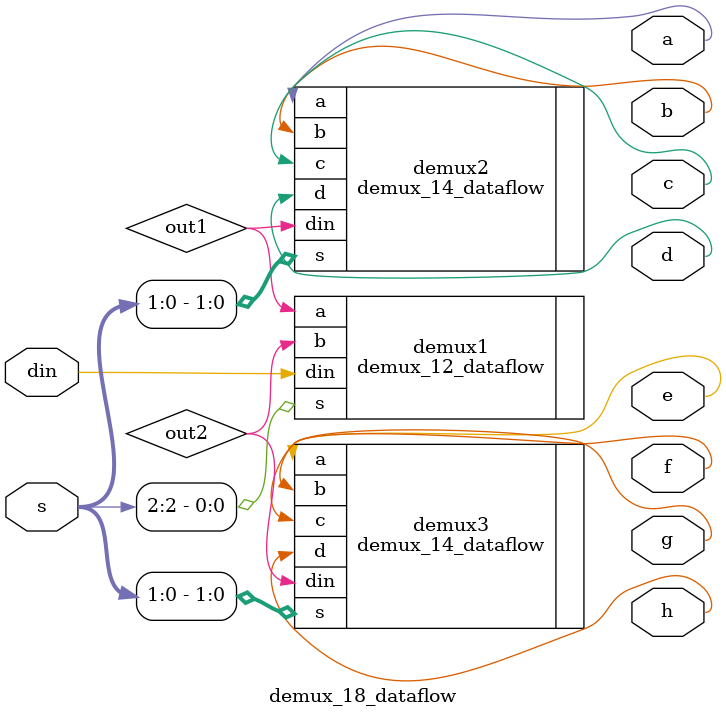
<source format=v>
module demux_18_dataflow (a, b, c, d, e, f, g, h, s, din);

output a, b, c, d, e, f, g, h;
input [2:0] s;
input din;

wire out1, out2;

demux_12_dataflow demux1 (.a(out1), .b(out2), .s(s[2]), .din(din));
demux_14_dataflow demux2 (.a(a), .b(b), .c(c), .d(d), .s(s[1:0]), .din(out1));
demux_14_dataflow demux3 (.a(e), .b(f), .c(g), .d(h), .s(s[1:0]), .din(out2));

endmodule
</source>
